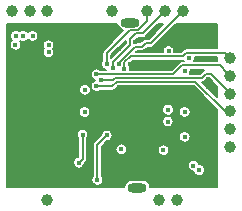
<source format=gbr>
%TF.GenerationSoftware,KiCad,Pcbnew,(5.1.6-0-10_14)*%
%TF.CreationDate,2020-10-31T13:09:24+09:00*%
%TF.ProjectId,RF920A,52463932-3041-42e6-9b69-6361645f7063,rev?*%
%TF.SameCoordinates,Original*%
%TF.FileFunction,Copper,L4,Bot*%
%TF.FilePolarity,Positive*%
%FSLAX46Y46*%
G04 Gerber Fmt 4.6, Leading zero omitted, Abs format (unit mm)*
G04 Created by KiCad (PCBNEW (5.1.6-0-10_14)) date 2020-10-31 13:09:24*
%MOMM*%
%LPD*%
G01*
G04 APERTURE LIST*
%TA.AperFunction,WasherPad*%
%ADD10O,1.600000X0.800000*%
%TD*%
%TA.AperFunction,ComponentPad*%
%ADD11C,1.000000*%
%TD*%
%TA.AperFunction,ViaPad*%
%ADD12C,0.400000*%
%TD*%
%TA.AperFunction,Conductor*%
%ADD13C,0.150000*%
%TD*%
%TA.AperFunction,Conductor*%
%ADD14C,0.200000*%
%TD*%
G04 APERTURE END LIST*
D10*
%TO.P,U7,*%
%TO.N,*%
X162125000Y-106970000D03*
X161550000Y-92970000D03*
%TD*%
D11*
%TO.P,J19,1*%
%TO.N,/SDA*%
X154530000Y-92000000D03*
%TD*%
%TO.P,J17,1*%
%TO.N,GND*%
X170000000Y-103500000D03*
%TD*%
%TO.P,J16,1*%
%TO.N,GND*%
X170000000Y-102000000D03*
%TD*%
%TO.P,J14,1*%
%TO.N,+3.3VA*%
X165500000Y-108000000D03*
%TD*%
%TO.P,J13,1*%
%TO.N,+3.3VA*%
X164000000Y-108000000D03*
%TD*%
%TO.P,J12,1*%
%TO.N,/SCL*%
X153030000Y-92000000D03*
%TD*%
%TO.P,J11,1*%
%TO.N,/WP*%
X151530000Y-92000000D03*
%TD*%
%TO.P,J10,1*%
%TO.N,/RESETN*%
X170000000Y-96000000D03*
%TD*%
%TO.P,J9,1*%
%TO.N,/REGPDIN*%
X166000000Y-92000000D03*
%TD*%
%TO.P,J8,1*%
%TO.N,/SDO*%
X164500000Y-92000000D03*
%TD*%
%TO.P,J7,1*%
%TO.N,/SINTN*%
X163000000Y-92000000D03*
%TD*%
%TO.P,J6,1*%
%TO.N,/SCLK*%
X170000000Y-97500000D03*
%TD*%
%TO.P,J5,1*%
%TO.N,/SCEN*%
X170000000Y-99000000D03*
%TD*%
%TO.P,J4,1*%
%TO.N,/SDI*%
X170000000Y-100500000D03*
%TD*%
%TO.P,J2,1*%
%TO.N,+3V3*%
X160000000Y-92000000D03*
%TD*%
%TO.P,J1,1*%
%TO.N,Net-(J1-Pad1)*%
X154500000Y-108000000D03*
%TD*%
D12*
%TO.N,GND*%
X153550000Y-100880000D03*
X152100000Y-100440000D03*
X168150000Y-98440000D03*
X168150000Y-97740000D03*
X161950000Y-94600000D03*
X151820000Y-95450000D03*
X152150000Y-97520000D03*
X153600000Y-97960000D03*
X167340000Y-103880000D03*
X166890000Y-103510000D03*
X160580000Y-95170000D03*
X159250000Y-94130000D03*
X157390000Y-95180000D03*
X165670000Y-105150000D03*
X165670000Y-105840000D03*
X167500000Y-102590000D03*
X166750000Y-102640000D03*
X166750000Y-101230000D03*
X166800000Y-100560000D03*
X159350000Y-106290000D03*
X160760000Y-105200000D03*
X161430000Y-103710000D03*
X155400000Y-103850000D03*
X163570000Y-103700000D03*
X163570000Y-104450000D03*
X159350000Y-105050000D03*
X162240000Y-105310000D03*
X164350000Y-104400000D03*
X168080000Y-95950000D03*
X166750000Y-97030000D03*
X163060000Y-94290000D03*
X162780000Y-95390000D03*
X161550000Y-96480000D03*
X153350000Y-103910000D03*
X157670000Y-99940000D03*
X157690000Y-98060000D03*
X158870000Y-101350000D03*
X160600000Y-98400000D03*
X161400000Y-99200000D03*
X161400000Y-98400000D03*
X160600000Y-99200000D03*
X160600000Y-100000000D03*
X161400000Y-100000000D03*
X160600000Y-100800000D03*
X161400000Y-100800000D03*
X162200000Y-100800000D03*
X163000000Y-100800000D03*
X163000000Y-100000000D03*
X162200000Y-100000000D03*
X162200000Y-98400000D03*
X163000000Y-98400000D03*
X162200000Y-99200000D03*
X163000000Y-99200000D03*
X157500000Y-101850000D03*
X164180000Y-95390000D03*
X156800000Y-101850000D03*
X166800000Y-94850000D03*
X156090000Y-100410000D03*
X156090000Y-99480000D03*
X156100000Y-98590000D03*
X156070000Y-97730000D03*
X156050000Y-96910000D03*
%TO.N,/VDDCP*%
X164720000Y-101350000D03*
X164730000Y-100350000D03*
X166150000Y-102640000D03*
X166150000Y-100530000D03*
X160790000Y-103710000D03*
X164780000Y-95390000D03*
X166500000Y-95950000D03*
%TO.N,+3V3*%
X151820000Y-94850000D03*
X151870000Y-94100000D03*
X154620000Y-94890000D03*
X157670000Y-100540000D03*
X157700000Y-98660000D03*
X153270000Y-94100000D03*
%TO.N,Net-(C45-Pad1)*%
X159550000Y-102530000D03*
X158750000Y-106290000D03*
%TO.N,Net-(C46-Pad2)*%
X157500000Y-102450000D03*
X157190000Y-104830000D03*
%TO.N,/SDI*%
X158680000Y-98350000D03*
%TO.N,/SCEN*%
X159080000Y-97850000D03*
%TO.N,/SCLK*%
X158680000Y-97350000D03*
%TO.N,/SINTN*%
X159550000Y-96480000D03*
%TO.N,/SDO*%
X160050000Y-96830000D03*
%TO.N,/REGPDIN*%
X160550000Y-96480000D03*
%TO.N,/RESETN*%
X161050000Y-96870000D03*
%TO.N,+3.3VA*%
X166890000Y-105090000D03*
X166150000Y-97030000D03*
X167360000Y-105460000D03*
X164350000Y-103780000D03*
%TO.N,/WP*%
X152470000Y-94100000D03*
%TO.N,/SDA*%
X154620000Y-95490000D03*
%TD*%
D13*
%TO.N,Net-(C45-Pad1)*%
X158750000Y-103330000D02*
X159550000Y-102530000D01*
X158750000Y-106290000D02*
X158750000Y-103330000D01*
%TO.N,Net-(C46-Pad2)*%
X157500000Y-104520000D02*
X157190000Y-104830000D01*
X157500000Y-102450000D02*
X157500000Y-104520000D01*
%TO.N,/SDI*%
X167055997Y-97974999D02*
X169580998Y-100500000D01*
X160395999Y-97974999D02*
X167055997Y-97974999D01*
X169580998Y-100500000D02*
X169749990Y-100500000D01*
X160020998Y-98350000D02*
X160395999Y-97974999D01*
X159060000Y-98350000D02*
X158680000Y-98350000D01*
X158880000Y-98350000D02*
X159060000Y-98350000D01*
X159060000Y-98350000D02*
X160020998Y-98350000D01*
%TO.N,/SCEN*%
X168354001Y-97314999D02*
X169749990Y-98710988D01*
X167945999Y-97314999D02*
X168354001Y-97314999D01*
X160271731Y-97674989D02*
X167586009Y-97674989D01*
X160096720Y-97850000D02*
X160271731Y-97674989D01*
X167586009Y-97674989D02*
X167945999Y-97314999D01*
X159080000Y-97850000D02*
X160096720Y-97850000D01*
%TO.N,/SCLK*%
X165945999Y-96604999D02*
X169104999Y-96604999D01*
X169104999Y-96604999D02*
X169749990Y-97249990D01*
X165200998Y-97350000D02*
X165945999Y-96604999D01*
X158680000Y-97350000D02*
X165200998Y-97350000D01*
%TO.N,/SINTN*%
X163000000Y-92803897D02*
X163000000Y-92250010D01*
X162208887Y-93595010D02*
X163000000Y-92803897D01*
X161525988Y-93595010D02*
X162208887Y-93595010D01*
X159550000Y-95570998D02*
X161525988Y-93595010D01*
X159550000Y-96480000D02*
X159550000Y-95570998D01*
%TO.N,/SDO*%
X164249990Y-92250010D02*
X164500000Y-92250010D01*
X160050000Y-96420000D02*
X160050000Y-96350998D01*
X161524999Y-94875999D02*
X161524999Y-94395999D01*
X160050000Y-96329002D02*
X160050000Y-96420000D01*
X162604980Y-93895020D02*
X164249990Y-92250010D01*
X162025978Y-93895020D02*
X162604980Y-93895020D01*
X161524999Y-94395999D02*
X162025978Y-93895020D01*
X160050000Y-96350998D02*
X161524999Y-94875999D01*
X160050000Y-96420000D02*
X160050000Y-96804991D01*
%TO.N,/REGPDIN*%
X165728992Y-92250010D02*
X166000000Y-92250010D01*
X163264001Y-94715001D02*
X165728992Y-92250010D01*
X162855999Y-94715001D02*
X163264001Y-94715001D01*
X162545999Y-95025001D02*
X162855999Y-94715001D01*
X162004999Y-95025001D02*
X162254999Y-95025001D01*
X162254999Y-95025001D02*
X162545999Y-95025001D01*
X162045997Y-95025001D02*
X162254999Y-95025001D01*
X161951719Y-95025001D02*
X162045997Y-95025001D01*
X160550000Y-96426720D02*
X161951719Y-95025001D01*
X160550000Y-96480000D02*
X160550000Y-96426720D01*
%TO.N,/RESETN*%
X161050000Y-96350998D02*
X161050000Y-96804991D01*
X166005997Y-95815001D02*
X161585997Y-95815001D01*
X161585997Y-95815001D02*
X161050000Y-96350998D01*
X166295999Y-95524999D02*
X166005997Y-95815001D01*
X169524999Y-95524999D02*
X166295999Y-95524999D01*
X169749990Y-95749990D02*
X169524999Y-95524999D01*
%TD*%
D14*
%TO.N,GND*%
G36*
X160460128Y-93107224D02*
G01*
X160500155Y-93239175D01*
X160565155Y-93360781D01*
X160652630Y-93467370D01*
X160759219Y-93554845D01*
X160880825Y-93619845D01*
X160949877Y-93640792D01*
X159297862Y-95292807D01*
X159283553Y-95304550D01*
X159271811Y-95318858D01*
X159236691Y-95361652D01*
X159216193Y-95400001D01*
X159201870Y-95426798D01*
X159182689Y-95490030D01*
X159180427Y-95497486D01*
X159173186Y-95570998D01*
X159175001Y-95589424D01*
X159175000Y-96147894D01*
X159161625Y-96161269D01*
X159106906Y-96243161D01*
X159069215Y-96334155D01*
X159050000Y-96430754D01*
X159050000Y-96529246D01*
X159069215Y-96625845D01*
X159106906Y-96716839D01*
X159161625Y-96798731D01*
X159231269Y-96868375D01*
X159313161Y-96923094D01*
X159404155Y-96960785D01*
X159475618Y-96975000D01*
X159012106Y-96975000D01*
X158998731Y-96961625D01*
X158916839Y-96906906D01*
X158825845Y-96869215D01*
X158729246Y-96850000D01*
X158630754Y-96850000D01*
X158534155Y-96869215D01*
X158443161Y-96906906D01*
X158361269Y-96961625D01*
X158291625Y-97031269D01*
X158236906Y-97113161D01*
X158199215Y-97204155D01*
X158180000Y-97300754D01*
X158180000Y-97399246D01*
X158199215Y-97495845D01*
X158236906Y-97586839D01*
X158291625Y-97668731D01*
X158361269Y-97738375D01*
X158443161Y-97793094D01*
X158534155Y-97830785D01*
X158580000Y-97839904D01*
X158580000Y-97860096D01*
X158534155Y-97869215D01*
X158443161Y-97906906D01*
X158361269Y-97961625D01*
X158291625Y-98031269D01*
X158236906Y-98113161D01*
X158199215Y-98204155D01*
X158180000Y-98300754D01*
X158180000Y-98399246D01*
X158199215Y-98495845D01*
X158236906Y-98586839D01*
X158291625Y-98668731D01*
X158361269Y-98738375D01*
X158443161Y-98793094D01*
X158534155Y-98830785D01*
X158630754Y-98850000D01*
X158729246Y-98850000D01*
X158825845Y-98830785D01*
X158916839Y-98793094D01*
X158998731Y-98738375D01*
X159012106Y-98725000D01*
X160002582Y-98725000D01*
X160020998Y-98726814D01*
X160039414Y-98725000D01*
X160039417Y-98725000D01*
X160094511Y-98719574D01*
X160165198Y-98698131D01*
X160230345Y-98663309D01*
X160287446Y-98616448D01*
X160299193Y-98602134D01*
X160551329Y-98349999D01*
X166900668Y-98349999D01*
X168900000Y-100349332D01*
X168900000Y-101851108D01*
X168891856Y-101892335D01*
X168892145Y-102110592D01*
X168900000Y-102149811D01*
X168900000Y-103351108D01*
X168891856Y-103392335D01*
X168892145Y-103610592D01*
X168900000Y-103649811D01*
X168900000Y-106900000D01*
X163221493Y-106900000D01*
X163214872Y-106832776D01*
X163174845Y-106700825D01*
X163109845Y-106579219D01*
X163022370Y-106472630D01*
X162915781Y-106385155D01*
X162794175Y-106320155D01*
X162662224Y-106280128D01*
X162559390Y-106270000D01*
X161690610Y-106270000D01*
X161587776Y-106280128D01*
X161455825Y-106320155D01*
X161334219Y-106385155D01*
X161227630Y-106472630D01*
X161140155Y-106579219D01*
X161075155Y-106700825D01*
X161035128Y-106832776D01*
X161028507Y-106900000D01*
X151100000Y-106900000D01*
X151100000Y-106240754D01*
X158250000Y-106240754D01*
X158250000Y-106339246D01*
X158269215Y-106435845D01*
X158306906Y-106526839D01*
X158361625Y-106608731D01*
X158431269Y-106678375D01*
X158513161Y-106733094D01*
X158604155Y-106770785D01*
X158700754Y-106790000D01*
X158799246Y-106790000D01*
X158895845Y-106770785D01*
X158986839Y-106733094D01*
X159068731Y-106678375D01*
X159138375Y-106608731D01*
X159193094Y-106526839D01*
X159230785Y-106435845D01*
X159250000Y-106339246D01*
X159250000Y-106240754D01*
X159230785Y-106144155D01*
X159193094Y-106053161D01*
X159138375Y-105971269D01*
X159125000Y-105957894D01*
X159125000Y-105040754D01*
X166390000Y-105040754D01*
X166390000Y-105139246D01*
X166409215Y-105235845D01*
X166446906Y-105326839D01*
X166501625Y-105408731D01*
X166571269Y-105478375D01*
X166653161Y-105533094D01*
X166744155Y-105570785D01*
X166840754Y-105590000D01*
X166876063Y-105590000D01*
X166879215Y-105605845D01*
X166916906Y-105696839D01*
X166971625Y-105778731D01*
X167041269Y-105848375D01*
X167123161Y-105903094D01*
X167214155Y-105940785D01*
X167310754Y-105960000D01*
X167409246Y-105960000D01*
X167505845Y-105940785D01*
X167596839Y-105903094D01*
X167678731Y-105848375D01*
X167748375Y-105778731D01*
X167803094Y-105696839D01*
X167840785Y-105605845D01*
X167860000Y-105509246D01*
X167860000Y-105410754D01*
X167840785Y-105314155D01*
X167803094Y-105223161D01*
X167748375Y-105141269D01*
X167678731Y-105071625D01*
X167596839Y-105016906D01*
X167505845Y-104979215D01*
X167409246Y-104960000D01*
X167373937Y-104960000D01*
X167370785Y-104944155D01*
X167333094Y-104853161D01*
X167278375Y-104771269D01*
X167208731Y-104701625D01*
X167126839Y-104646906D01*
X167035845Y-104609215D01*
X166939246Y-104590000D01*
X166840754Y-104590000D01*
X166744155Y-104609215D01*
X166653161Y-104646906D01*
X166571269Y-104701625D01*
X166501625Y-104771269D01*
X166446906Y-104853161D01*
X166409215Y-104944155D01*
X166390000Y-105040754D01*
X159125000Y-105040754D01*
X159125000Y-103660754D01*
X160290000Y-103660754D01*
X160290000Y-103759246D01*
X160309215Y-103855845D01*
X160346906Y-103946839D01*
X160401625Y-104028731D01*
X160471269Y-104098375D01*
X160553161Y-104153094D01*
X160644155Y-104190785D01*
X160740754Y-104210000D01*
X160839246Y-104210000D01*
X160935845Y-104190785D01*
X161026839Y-104153094D01*
X161108731Y-104098375D01*
X161178375Y-104028731D01*
X161233094Y-103946839D01*
X161270785Y-103855845D01*
X161290000Y-103759246D01*
X161290000Y-103730754D01*
X163850000Y-103730754D01*
X163850000Y-103829246D01*
X163869215Y-103925845D01*
X163906906Y-104016839D01*
X163961625Y-104098731D01*
X164031269Y-104168375D01*
X164113161Y-104223094D01*
X164204155Y-104260785D01*
X164300754Y-104280000D01*
X164399246Y-104280000D01*
X164495845Y-104260785D01*
X164586839Y-104223094D01*
X164668731Y-104168375D01*
X164738375Y-104098731D01*
X164793094Y-104016839D01*
X164830785Y-103925845D01*
X164850000Y-103829246D01*
X164850000Y-103730754D01*
X164830785Y-103634155D01*
X164793094Y-103543161D01*
X164738375Y-103461269D01*
X164668731Y-103391625D01*
X164586839Y-103336906D01*
X164495845Y-103299215D01*
X164399246Y-103280000D01*
X164300754Y-103280000D01*
X164204155Y-103299215D01*
X164113161Y-103336906D01*
X164031269Y-103391625D01*
X163961625Y-103461269D01*
X163906906Y-103543161D01*
X163869215Y-103634155D01*
X163850000Y-103730754D01*
X161290000Y-103730754D01*
X161290000Y-103660754D01*
X161270785Y-103564155D01*
X161233094Y-103473161D01*
X161178375Y-103391269D01*
X161108731Y-103321625D01*
X161026839Y-103266906D01*
X160935845Y-103229215D01*
X160839246Y-103210000D01*
X160740754Y-103210000D01*
X160644155Y-103229215D01*
X160553161Y-103266906D01*
X160471269Y-103321625D01*
X160401625Y-103391269D01*
X160346906Y-103473161D01*
X160309215Y-103564155D01*
X160290000Y-103660754D01*
X159125000Y-103660754D01*
X159125000Y-103485329D01*
X159580330Y-103030000D01*
X159599246Y-103030000D01*
X159695845Y-103010785D01*
X159786839Y-102973094D01*
X159868731Y-102918375D01*
X159938375Y-102848731D01*
X159993094Y-102766839D01*
X160030785Y-102675845D01*
X160047710Y-102590754D01*
X165650000Y-102590754D01*
X165650000Y-102689246D01*
X165669215Y-102785845D01*
X165706906Y-102876839D01*
X165761625Y-102958731D01*
X165831269Y-103028375D01*
X165913161Y-103083094D01*
X166004155Y-103120785D01*
X166100754Y-103140000D01*
X166199246Y-103140000D01*
X166295845Y-103120785D01*
X166386839Y-103083094D01*
X166468731Y-103028375D01*
X166538375Y-102958731D01*
X166593094Y-102876839D01*
X166630785Y-102785845D01*
X166650000Y-102689246D01*
X166650000Y-102590754D01*
X166630785Y-102494155D01*
X166593094Y-102403161D01*
X166538375Y-102321269D01*
X166468731Y-102251625D01*
X166386839Y-102196906D01*
X166295845Y-102159215D01*
X166199246Y-102140000D01*
X166100754Y-102140000D01*
X166004155Y-102159215D01*
X165913161Y-102196906D01*
X165831269Y-102251625D01*
X165761625Y-102321269D01*
X165706906Y-102403161D01*
X165669215Y-102494155D01*
X165650000Y-102590754D01*
X160047710Y-102590754D01*
X160050000Y-102579246D01*
X160050000Y-102480754D01*
X160030785Y-102384155D01*
X159993094Y-102293161D01*
X159938375Y-102211269D01*
X159868731Y-102141625D01*
X159786839Y-102086906D01*
X159695845Y-102049215D01*
X159599246Y-102030000D01*
X159500754Y-102030000D01*
X159404155Y-102049215D01*
X159313161Y-102086906D01*
X159231269Y-102141625D01*
X159161625Y-102211269D01*
X159106906Y-102293161D01*
X159069215Y-102384155D01*
X159050000Y-102480754D01*
X159050000Y-102499670D01*
X158497862Y-103051809D01*
X158483553Y-103063552D01*
X158457258Y-103095593D01*
X158436691Y-103120654D01*
X158401870Y-103185800D01*
X158380427Y-103256488D01*
X158373186Y-103330000D01*
X158375001Y-103348426D01*
X158375000Y-105957894D01*
X158361625Y-105971269D01*
X158306906Y-106053161D01*
X158269215Y-106144155D01*
X158250000Y-106240754D01*
X151100000Y-106240754D01*
X151100000Y-104780754D01*
X156690000Y-104780754D01*
X156690000Y-104879246D01*
X156709215Y-104975845D01*
X156746906Y-105066839D01*
X156801625Y-105148731D01*
X156871269Y-105218375D01*
X156953161Y-105273094D01*
X157044155Y-105310785D01*
X157140754Y-105330000D01*
X157239246Y-105330000D01*
X157335845Y-105310785D01*
X157426839Y-105273094D01*
X157508731Y-105218375D01*
X157578375Y-105148731D01*
X157633094Y-105066839D01*
X157670785Y-104975845D01*
X157690000Y-104879246D01*
X157690000Y-104860330D01*
X157752139Y-104798191D01*
X157766448Y-104786448D01*
X157813309Y-104729347D01*
X157828127Y-104701625D01*
X157848130Y-104664202D01*
X157853377Y-104646906D01*
X157869574Y-104593513D01*
X157875000Y-104538419D01*
X157875000Y-104538417D01*
X157876814Y-104520001D01*
X157875000Y-104501585D01*
X157875000Y-102782106D01*
X157888375Y-102768731D01*
X157943094Y-102686839D01*
X157980785Y-102595845D01*
X158000000Y-102499246D01*
X158000000Y-102400754D01*
X157980785Y-102304155D01*
X157943094Y-102213161D01*
X157888375Y-102131269D01*
X157818731Y-102061625D01*
X157736839Y-102006906D01*
X157645845Y-101969215D01*
X157549246Y-101950000D01*
X157450754Y-101950000D01*
X157354155Y-101969215D01*
X157263161Y-102006906D01*
X157181269Y-102061625D01*
X157111625Y-102131269D01*
X157056906Y-102213161D01*
X157019215Y-102304155D01*
X157000000Y-102400754D01*
X157000000Y-102499246D01*
X157019215Y-102595845D01*
X157056906Y-102686839D01*
X157111625Y-102768731D01*
X157125000Y-102782106D01*
X157125001Y-104333134D01*
X157044155Y-104349215D01*
X156953161Y-104386906D01*
X156871269Y-104441625D01*
X156801625Y-104511269D01*
X156746906Y-104593161D01*
X156709215Y-104684155D01*
X156690000Y-104780754D01*
X151100000Y-104780754D01*
X151100000Y-101300754D01*
X164220000Y-101300754D01*
X164220000Y-101399246D01*
X164239215Y-101495845D01*
X164276906Y-101586839D01*
X164331625Y-101668731D01*
X164401269Y-101738375D01*
X164483161Y-101793094D01*
X164574155Y-101830785D01*
X164670754Y-101850000D01*
X164769246Y-101850000D01*
X164865845Y-101830785D01*
X164956839Y-101793094D01*
X165038731Y-101738375D01*
X165108375Y-101668731D01*
X165163094Y-101586839D01*
X165200785Y-101495845D01*
X165220000Y-101399246D01*
X165220000Y-101300754D01*
X165200785Y-101204155D01*
X165163094Y-101113161D01*
X165108375Y-101031269D01*
X165038731Y-100961625D01*
X164956839Y-100906906D01*
X164865845Y-100869215D01*
X164769246Y-100850000D01*
X164779246Y-100850000D01*
X164875845Y-100830785D01*
X164966839Y-100793094D01*
X165048731Y-100738375D01*
X165118375Y-100668731D01*
X165173094Y-100586839D01*
X165210785Y-100495845D01*
X165213786Y-100480754D01*
X165650000Y-100480754D01*
X165650000Y-100579246D01*
X165669215Y-100675845D01*
X165706906Y-100766839D01*
X165761625Y-100848731D01*
X165831269Y-100918375D01*
X165913161Y-100973094D01*
X166004155Y-101010785D01*
X166100754Y-101030000D01*
X166199246Y-101030000D01*
X166295845Y-101010785D01*
X166386839Y-100973094D01*
X166468731Y-100918375D01*
X166538375Y-100848731D01*
X166593094Y-100766839D01*
X166630785Y-100675845D01*
X166650000Y-100579246D01*
X166650000Y-100480754D01*
X166630785Y-100384155D01*
X166593094Y-100293161D01*
X166538375Y-100211269D01*
X166468731Y-100141625D01*
X166386839Y-100086906D01*
X166295845Y-100049215D01*
X166199246Y-100030000D01*
X166100754Y-100030000D01*
X166004155Y-100049215D01*
X165913161Y-100086906D01*
X165831269Y-100141625D01*
X165761625Y-100211269D01*
X165706906Y-100293161D01*
X165669215Y-100384155D01*
X165650000Y-100480754D01*
X165213786Y-100480754D01*
X165230000Y-100399246D01*
X165230000Y-100300754D01*
X165210785Y-100204155D01*
X165173094Y-100113161D01*
X165118375Y-100031269D01*
X165048731Y-99961625D01*
X164966839Y-99906906D01*
X164875845Y-99869215D01*
X164779246Y-99850000D01*
X164680754Y-99850000D01*
X164584155Y-99869215D01*
X164493161Y-99906906D01*
X164411269Y-99961625D01*
X164341625Y-100031269D01*
X164286906Y-100113161D01*
X164249215Y-100204155D01*
X164230000Y-100300754D01*
X164230000Y-100399246D01*
X164249215Y-100495845D01*
X164286906Y-100586839D01*
X164341625Y-100668731D01*
X164411269Y-100738375D01*
X164493161Y-100793094D01*
X164584155Y-100830785D01*
X164680754Y-100850000D01*
X164670754Y-100850000D01*
X164574155Y-100869215D01*
X164483161Y-100906906D01*
X164401269Y-100961625D01*
X164331625Y-101031269D01*
X164276906Y-101113161D01*
X164239215Y-101204155D01*
X164220000Y-101300754D01*
X151100000Y-101300754D01*
X151100000Y-100490754D01*
X157170000Y-100490754D01*
X157170000Y-100589246D01*
X157189215Y-100685845D01*
X157226906Y-100776839D01*
X157281625Y-100858731D01*
X157351269Y-100928375D01*
X157433161Y-100983094D01*
X157524155Y-101020785D01*
X157620754Y-101040000D01*
X157719246Y-101040000D01*
X157815845Y-101020785D01*
X157906839Y-100983094D01*
X157988731Y-100928375D01*
X158058375Y-100858731D01*
X158113094Y-100776839D01*
X158150785Y-100685845D01*
X158170000Y-100589246D01*
X158170000Y-100490754D01*
X158150785Y-100394155D01*
X158113094Y-100303161D01*
X158058375Y-100221269D01*
X157988731Y-100151625D01*
X157906839Y-100096906D01*
X157815845Y-100059215D01*
X157719246Y-100040000D01*
X157620754Y-100040000D01*
X157524155Y-100059215D01*
X157433161Y-100096906D01*
X157351269Y-100151625D01*
X157281625Y-100221269D01*
X157226906Y-100303161D01*
X157189215Y-100394155D01*
X157170000Y-100490754D01*
X151100000Y-100490754D01*
X151100000Y-98610754D01*
X157200000Y-98610754D01*
X157200000Y-98709246D01*
X157219215Y-98805845D01*
X157256906Y-98896839D01*
X157311625Y-98978731D01*
X157381269Y-99048375D01*
X157463161Y-99103094D01*
X157554155Y-99140785D01*
X157650754Y-99160000D01*
X157749246Y-99160000D01*
X157845845Y-99140785D01*
X157936839Y-99103094D01*
X158018731Y-99048375D01*
X158088375Y-98978731D01*
X158143094Y-98896839D01*
X158180785Y-98805845D01*
X158200000Y-98709246D01*
X158200000Y-98610754D01*
X158180785Y-98514155D01*
X158143094Y-98423161D01*
X158088375Y-98341269D01*
X158018731Y-98271625D01*
X157936839Y-98216906D01*
X157845845Y-98179215D01*
X157749246Y-98160000D01*
X157650754Y-98160000D01*
X157554155Y-98179215D01*
X157463161Y-98216906D01*
X157381269Y-98271625D01*
X157311625Y-98341269D01*
X157256906Y-98423161D01*
X157219215Y-98514155D01*
X157200000Y-98610754D01*
X151100000Y-98610754D01*
X151100000Y-94800754D01*
X151320000Y-94800754D01*
X151320000Y-94899246D01*
X151339215Y-94995845D01*
X151376906Y-95086839D01*
X151431625Y-95168731D01*
X151501269Y-95238375D01*
X151583161Y-95293094D01*
X151674155Y-95330785D01*
X151770754Y-95350000D01*
X151869246Y-95350000D01*
X151965845Y-95330785D01*
X152056839Y-95293094D01*
X152138731Y-95238375D01*
X152208375Y-95168731D01*
X152263094Y-95086839D01*
X152300785Y-94995845D01*
X152320000Y-94899246D01*
X152320000Y-94840754D01*
X154120000Y-94840754D01*
X154120000Y-94939246D01*
X154139215Y-95035845D01*
X154176906Y-95126839D01*
X154219109Y-95190000D01*
X154176906Y-95253161D01*
X154139215Y-95344155D01*
X154120000Y-95440754D01*
X154120000Y-95539246D01*
X154139215Y-95635845D01*
X154176906Y-95726839D01*
X154231625Y-95808731D01*
X154301269Y-95878375D01*
X154383161Y-95933094D01*
X154474155Y-95970785D01*
X154570754Y-95990000D01*
X154669246Y-95990000D01*
X154765845Y-95970785D01*
X154856839Y-95933094D01*
X154938731Y-95878375D01*
X155008375Y-95808731D01*
X155063094Y-95726839D01*
X155100785Y-95635845D01*
X155120000Y-95539246D01*
X155120000Y-95440754D01*
X155100785Y-95344155D01*
X155063094Y-95253161D01*
X155020891Y-95190000D01*
X155063094Y-95126839D01*
X155100785Y-95035845D01*
X155120000Y-94939246D01*
X155120000Y-94840754D01*
X155100785Y-94744155D01*
X155063094Y-94653161D01*
X155008375Y-94571269D01*
X154938731Y-94501625D01*
X154856839Y-94446906D01*
X154765845Y-94409215D01*
X154669246Y-94390000D01*
X154570754Y-94390000D01*
X154474155Y-94409215D01*
X154383161Y-94446906D01*
X154301269Y-94501625D01*
X154231625Y-94571269D01*
X154176906Y-94653161D01*
X154139215Y-94744155D01*
X154120000Y-94840754D01*
X152320000Y-94840754D01*
X152320000Y-94800754D01*
X152300785Y-94704155D01*
X152263094Y-94613161D01*
X152208375Y-94531269D01*
X152194100Y-94516994D01*
X152233161Y-94543094D01*
X152324155Y-94580785D01*
X152420754Y-94600000D01*
X152519246Y-94600000D01*
X152615845Y-94580785D01*
X152706839Y-94543094D01*
X152788731Y-94488375D01*
X152858375Y-94418731D01*
X152870000Y-94401333D01*
X152881625Y-94418731D01*
X152951269Y-94488375D01*
X153033161Y-94543094D01*
X153124155Y-94580785D01*
X153220754Y-94600000D01*
X153319246Y-94600000D01*
X153415845Y-94580785D01*
X153506839Y-94543094D01*
X153588731Y-94488375D01*
X153658375Y-94418731D01*
X153713094Y-94336839D01*
X153750785Y-94245845D01*
X153770000Y-94149246D01*
X153770000Y-94050754D01*
X153750785Y-93954155D01*
X153713094Y-93863161D01*
X153658375Y-93781269D01*
X153588731Y-93711625D01*
X153506839Y-93656906D01*
X153415845Y-93619215D01*
X153319246Y-93600000D01*
X153220754Y-93600000D01*
X153124155Y-93619215D01*
X153033161Y-93656906D01*
X152951269Y-93711625D01*
X152881625Y-93781269D01*
X152870000Y-93798667D01*
X152858375Y-93781269D01*
X152788731Y-93711625D01*
X152706839Y-93656906D01*
X152615845Y-93619215D01*
X152519246Y-93600000D01*
X152420754Y-93600000D01*
X152324155Y-93619215D01*
X152233161Y-93656906D01*
X152170000Y-93699109D01*
X152106839Y-93656906D01*
X152015845Y-93619215D01*
X151919246Y-93600000D01*
X151820754Y-93600000D01*
X151724155Y-93619215D01*
X151633161Y-93656906D01*
X151551269Y-93711625D01*
X151481625Y-93781269D01*
X151426906Y-93863161D01*
X151389215Y-93954155D01*
X151370000Y-94050754D01*
X151370000Y-94149246D01*
X151389215Y-94245845D01*
X151426906Y-94336839D01*
X151481625Y-94418731D01*
X151515206Y-94452312D01*
X151501269Y-94461625D01*
X151431625Y-94531269D01*
X151376906Y-94613161D01*
X151339215Y-94704155D01*
X151320000Y-94800754D01*
X151100000Y-94800754D01*
X151100000Y-93100000D01*
X160459417Y-93100000D01*
X160460128Y-93107224D01*
G37*
X160460128Y-93107224D02*
X160500155Y-93239175D01*
X160565155Y-93360781D01*
X160652630Y-93467370D01*
X160759219Y-93554845D01*
X160880825Y-93619845D01*
X160949877Y-93640792D01*
X159297862Y-95292807D01*
X159283553Y-95304550D01*
X159271811Y-95318858D01*
X159236691Y-95361652D01*
X159216193Y-95400001D01*
X159201870Y-95426798D01*
X159182689Y-95490030D01*
X159180427Y-95497486D01*
X159173186Y-95570998D01*
X159175001Y-95589424D01*
X159175000Y-96147894D01*
X159161625Y-96161269D01*
X159106906Y-96243161D01*
X159069215Y-96334155D01*
X159050000Y-96430754D01*
X159050000Y-96529246D01*
X159069215Y-96625845D01*
X159106906Y-96716839D01*
X159161625Y-96798731D01*
X159231269Y-96868375D01*
X159313161Y-96923094D01*
X159404155Y-96960785D01*
X159475618Y-96975000D01*
X159012106Y-96975000D01*
X158998731Y-96961625D01*
X158916839Y-96906906D01*
X158825845Y-96869215D01*
X158729246Y-96850000D01*
X158630754Y-96850000D01*
X158534155Y-96869215D01*
X158443161Y-96906906D01*
X158361269Y-96961625D01*
X158291625Y-97031269D01*
X158236906Y-97113161D01*
X158199215Y-97204155D01*
X158180000Y-97300754D01*
X158180000Y-97399246D01*
X158199215Y-97495845D01*
X158236906Y-97586839D01*
X158291625Y-97668731D01*
X158361269Y-97738375D01*
X158443161Y-97793094D01*
X158534155Y-97830785D01*
X158580000Y-97839904D01*
X158580000Y-97860096D01*
X158534155Y-97869215D01*
X158443161Y-97906906D01*
X158361269Y-97961625D01*
X158291625Y-98031269D01*
X158236906Y-98113161D01*
X158199215Y-98204155D01*
X158180000Y-98300754D01*
X158180000Y-98399246D01*
X158199215Y-98495845D01*
X158236906Y-98586839D01*
X158291625Y-98668731D01*
X158361269Y-98738375D01*
X158443161Y-98793094D01*
X158534155Y-98830785D01*
X158630754Y-98850000D01*
X158729246Y-98850000D01*
X158825845Y-98830785D01*
X158916839Y-98793094D01*
X158998731Y-98738375D01*
X159012106Y-98725000D01*
X160002582Y-98725000D01*
X160020998Y-98726814D01*
X160039414Y-98725000D01*
X160039417Y-98725000D01*
X160094511Y-98719574D01*
X160165198Y-98698131D01*
X160230345Y-98663309D01*
X160287446Y-98616448D01*
X160299193Y-98602134D01*
X160551329Y-98349999D01*
X166900668Y-98349999D01*
X168900000Y-100349332D01*
X168900000Y-101851108D01*
X168891856Y-101892335D01*
X168892145Y-102110592D01*
X168900000Y-102149811D01*
X168900000Y-103351108D01*
X168891856Y-103392335D01*
X168892145Y-103610592D01*
X168900000Y-103649811D01*
X168900000Y-106900000D01*
X163221493Y-106900000D01*
X163214872Y-106832776D01*
X163174845Y-106700825D01*
X163109845Y-106579219D01*
X163022370Y-106472630D01*
X162915781Y-106385155D01*
X162794175Y-106320155D01*
X162662224Y-106280128D01*
X162559390Y-106270000D01*
X161690610Y-106270000D01*
X161587776Y-106280128D01*
X161455825Y-106320155D01*
X161334219Y-106385155D01*
X161227630Y-106472630D01*
X161140155Y-106579219D01*
X161075155Y-106700825D01*
X161035128Y-106832776D01*
X161028507Y-106900000D01*
X151100000Y-106900000D01*
X151100000Y-106240754D01*
X158250000Y-106240754D01*
X158250000Y-106339246D01*
X158269215Y-106435845D01*
X158306906Y-106526839D01*
X158361625Y-106608731D01*
X158431269Y-106678375D01*
X158513161Y-106733094D01*
X158604155Y-106770785D01*
X158700754Y-106790000D01*
X158799246Y-106790000D01*
X158895845Y-106770785D01*
X158986839Y-106733094D01*
X159068731Y-106678375D01*
X159138375Y-106608731D01*
X159193094Y-106526839D01*
X159230785Y-106435845D01*
X159250000Y-106339246D01*
X159250000Y-106240754D01*
X159230785Y-106144155D01*
X159193094Y-106053161D01*
X159138375Y-105971269D01*
X159125000Y-105957894D01*
X159125000Y-105040754D01*
X166390000Y-105040754D01*
X166390000Y-105139246D01*
X166409215Y-105235845D01*
X166446906Y-105326839D01*
X166501625Y-105408731D01*
X166571269Y-105478375D01*
X166653161Y-105533094D01*
X166744155Y-105570785D01*
X166840754Y-105590000D01*
X166876063Y-105590000D01*
X166879215Y-105605845D01*
X166916906Y-105696839D01*
X166971625Y-105778731D01*
X167041269Y-105848375D01*
X167123161Y-105903094D01*
X167214155Y-105940785D01*
X167310754Y-105960000D01*
X167409246Y-105960000D01*
X167505845Y-105940785D01*
X167596839Y-105903094D01*
X167678731Y-105848375D01*
X167748375Y-105778731D01*
X167803094Y-105696839D01*
X167840785Y-105605845D01*
X167860000Y-105509246D01*
X167860000Y-105410754D01*
X167840785Y-105314155D01*
X167803094Y-105223161D01*
X167748375Y-105141269D01*
X167678731Y-105071625D01*
X167596839Y-105016906D01*
X167505845Y-104979215D01*
X167409246Y-104960000D01*
X167373937Y-104960000D01*
X167370785Y-104944155D01*
X167333094Y-104853161D01*
X167278375Y-104771269D01*
X167208731Y-104701625D01*
X167126839Y-104646906D01*
X167035845Y-104609215D01*
X166939246Y-104590000D01*
X166840754Y-104590000D01*
X166744155Y-104609215D01*
X166653161Y-104646906D01*
X166571269Y-104701625D01*
X166501625Y-104771269D01*
X166446906Y-104853161D01*
X166409215Y-104944155D01*
X166390000Y-105040754D01*
X159125000Y-105040754D01*
X159125000Y-103660754D01*
X160290000Y-103660754D01*
X160290000Y-103759246D01*
X160309215Y-103855845D01*
X160346906Y-103946839D01*
X160401625Y-104028731D01*
X160471269Y-104098375D01*
X160553161Y-104153094D01*
X160644155Y-104190785D01*
X160740754Y-104210000D01*
X160839246Y-104210000D01*
X160935845Y-104190785D01*
X161026839Y-104153094D01*
X161108731Y-104098375D01*
X161178375Y-104028731D01*
X161233094Y-103946839D01*
X161270785Y-103855845D01*
X161290000Y-103759246D01*
X161290000Y-103730754D01*
X163850000Y-103730754D01*
X163850000Y-103829246D01*
X163869215Y-103925845D01*
X163906906Y-104016839D01*
X163961625Y-104098731D01*
X164031269Y-104168375D01*
X164113161Y-104223094D01*
X164204155Y-104260785D01*
X164300754Y-104280000D01*
X164399246Y-104280000D01*
X164495845Y-104260785D01*
X164586839Y-104223094D01*
X164668731Y-104168375D01*
X164738375Y-104098731D01*
X164793094Y-104016839D01*
X164830785Y-103925845D01*
X164850000Y-103829246D01*
X164850000Y-103730754D01*
X164830785Y-103634155D01*
X164793094Y-103543161D01*
X164738375Y-103461269D01*
X164668731Y-103391625D01*
X164586839Y-103336906D01*
X164495845Y-103299215D01*
X164399246Y-103280000D01*
X164300754Y-103280000D01*
X164204155Y-103299215D01*
X164113161Y-103336906D01*
X164031269Y-103391625D01*
X163961625Y-103461269D01*
X163906906Y-103543161D01*
X163869215Y-103634155D01*
X163850000Y-103730754D01*
X161290000Y-103730754D01*
X161290000Y-103660754D01*
X161270785Y-103564155D01*
X161233094Y-103473161D01*
X161178375Y-103391269D01*
X161108731Y-103321625D01*
X161026839Y-103266906D01*
X160935845Y-103229215D01*
X160839246Y-103210000D01*
X160740754Y-103210000D01*
X160644155Y-103229215D01*
X160553161Y-103266906D01*
X160471269Y-103321625D01*
X160401625Y-103391269D01*
X160346906Y-103473161D01*
X160309215Y-103564155D01*
X160290000Y-103660754D01*
X159125000Y-103660754D01*
X159125000Y-103485329D01*
X159580330Y-103030000D01*
X159599246Y-103030000D01*
X159695845Y-103010785D01*
X159786839Y-102973094D01*
X159868731Y-102918375D01*
X159938375Y-102848731D01*
X159993094Y-102766839D01*
X160030785Y-102675845D01*
X160047710Y-102590754D01*
X165650000Y-102590754D01*
X165650000Y-102689246D01*
X165669215Y-102785845D01*
X165706906Y-102876839D01*
X165761625Y-102958731D01*
X165831269Y-103028375D01*
X165913161Y-103083094D01*
X166004155Y-103120785D01*
X166100754Y-103140000D01*
X166199246Y-103140000D01*
X166295845Y-103120785D01*
X166386839Y-103083094D01*
X166468731Y-103028375D01*
X166538375Y-102958731D01*
X166593094Y-102876839D01*
X166630785Y-102785845D01*
X166650000Y-102689246D01*
X166650000Y-102590754D01*
X166630785Y-102494155D01*
X166593094Y-102403161D01*
X166538375Y-102321269D01*
X166468731Y-102251625D01*
X166386839Y-102196906D01*
X166295845Y-102159215D01*
X166199246Y-102140000D01*
X166100754Y-102140000D01*
X166004155Y-102159215D01*
X165913161Y-102196906D01*
X165831269Y-102251625D01*
X165761625Y-102321269D01*
X165706906Y-102403161D01*
X165669215Y-102494155D01*
X165650000Y-102590754D01*
X160047710Y-102590754D01*
X160050000Y-102579246D01*
X160050000Y-102480754D01*
X160030785Y-102384155D01*
X159993094Y-102293161D01*
X159938375Y-102211269D01*
X159868731Y-102141625D01*
X159786839Y-102086906D01*
X159695845Y-102049215D01*
X159599246Y-102030000D01*
X159500754Y-102030000D01*
X159404155Y-102049215D01*
X159313161Y-102086906D01*
X159231269Y-102141625D01*
X159161625Y-102211269D01*
X159106906Y-102293161D01*
X159069215Y-102384155D01*
X159050000Y-102480754D01*
X159050000Y-102499670D01*
X158497862Y-103051809D01*
X158483553Y-103063552D01*
X158457258Y-103095593D01*
X158436691Y-103120654D01*
X158401870Y-103185800D01*
X158380427Y-103256488D01*
X158373186Y-103330000D01*
X158375001Y-103348426D01*
X158375000Y-105957894D01*
X158361625Y-105971269D01*
X158306906Y-106053161D01*
X158269215Y-106144155D01*
X158250000Y-106240754D01*
X151100000Y-106240754D01*
X151100000Y-104780754D01*
X156690000Y-104780754D01*
X156690000Y-104879246D01*
X156709215Y-104975845D01*
X156746906Y-105066839D01*
X156801625Y-105148731D01*
X156871269Y-105218375D01*
X156953161Y-105273094D01*
X157044155Y-105310785D01*
X157140754Y-105330000D01*
X157239246Y-105330000D01*
X157335845Y-105310785D01*
X157426839Y-105273094D01*
X157508731Y-105218375D01*
X157578375Y-105148731D01*
X157633094Y-105066839D01*
X157670785Y-104975845D01*
X157690000Y-104879246D01*
X157690000Y-104860330D01*
X157752139Y-104798191D01*
X157766448Y-104786448D01*
X157813309Y-104729347D01*
X157828127Y-104701625D01*
X157848130Y-104664202D01*
X157853377Y-104646906D01*
X157869574Y-104593513D01*
X157875000Y-104538419D01*
X157875000Y-104538417D01*
X157876814Y-104520001D01*
X157875000Y-104501585D01*
X157875000Y-102782106D01*
X157888375Y-102768731D01*
X157943094Y-102686839D01*
X157980785Y-102595845D01*
X158000000Y-102499246D01*
X158000000Y-102400754D01*
X157980785Y-102304155D01*
X157943094Y-102213161D01*
X157888375Y-102131269D01*
X157818731Y-102061625D01*
X157736839Y-102006906D01*
X157645845Y-101969215D01*
X157549246Y-101950000D01*
X157450754Y-101950000D01*
X157354155Y-101969215D01*
X157263161Y-102006906D01*
X157181269Y-102061625D01*
X157111625Y-102131269D01*
X157056906Y-102213161D01*
X157019215Y-102304155D01*
X157000000Y-102400754D01*
X157000000Y-102499246D01*
X157019215Y-102595845D01*
X157056906Y-102686839D01*
X157111625Y-102768731D01*
X157125000Y-102782106D01*
X157125001Y-104333134D01*
X157044155Y-104349215D01*
X156953161Y-104386906D01*
X156871269Y-104441625D01*
X156801625Y-104511269D01*
X156746906Y-104593161D01*
X156709215Y-104684155D01*
X156690000Y-104780754D01*
X151100000Y-104780754D01*
X151100000Y-101300754D01*
X164220000Y-101300754D01*
X164220000Y-101399246D01*
X164239215Y-101495845D01*
X164276906Y-101586839D01*
X164331625Y-101668731D01*
X164401269Y-101738375D01*
X164483161Y-101793094D01*
X164574155Y-101830785D01*
X164670754Y-101850000D01*
X164769246Y-101850000D01*
X164865845Y-101830785D01*
X164956839Y-101793094D01*
X165038731Y-101738375D01*
X165108375Y-101668731D01*
X165163094Y-101586839D01*
X165200785Y-101495845D01*
X165220000Y-101399246D01*
X165220000Y-101300754D01*
X165200785Y-101204155D01*
X165163094Y-101113161D01*
X165108375Y-101031269D01*
X165038731Y-100961625D01*
X164956839Y-100906906D01*
X164865845Y-100869215D01*
X164769246Y-100850000D01*
X164779246Y-100850000D01*
X164875845Y-100830785D01*
X164966839Y-100793094D01*
X165048731Y-100738375D01*
X165118375Y-100668731D01*
X165173094Y-100586839D01*
X165210785Y-100495845D01*
X165213786Y-100480754D01*
X165650000Y-100480754D01*
X165650000Y-100579246D01*
X165669215Y-100675845D01*
X165706906Y-100766839D01*
X165761625Y-100848731D01*
X165831269Y-100918375D01*
X165913161Y-100973094D01*
X166004155Y-101010785D01*
X166100754Y-101030000D01*
X166199246Y-101030000D01*
X166295845Y-101010785D01*
X166386839Y-100973094D01*
X166468731Y-100918375D01*
X166538375Y-100848731D01*
X166593094Y-100766839D01*
X166630785Y-100675845D01*
X166650000Y-100579246D01*
X166650000Y-100480754D01*
X166630785Y-100384155D01*
X166593094Y-100293161D01*
X166538375Y-100211269D01*
X166468731Y-100141625D01*
X166386839Y-100086906D01*
X166295845Y-100049215D01*
X166199246Y-100030000D01*
X166100754Y-100030000D01*
X166004155Y-100049215D01*
X165913161Y-100086906D01*
X165831269Y-100141625D01*
X165761625Y-100211269D01*
X165706906Y-100293161D01*
X165669215Y-100384155D01*
X165650000Y-100480754D01*
X165213786Y-100480754D01*
X165230000Y-100399246D01*
X165230000Y-100300754D01*
X165210785Y-100204155D01*
X165173094Y-100113161D01*
X165118375Y-100031269D01*
X165048731Y-99961625D01*
X164966839Y-99906906D01*
X164875845Y-99869215D01*
X164779246Y-99850000D01*
X164680754Y-99850000D01*
X164584155Y-99869215D01*
X164493161Y-99906906D01*
X164411269Y-99961625D01*
X164341625Y-100031269D01*
X164286906Y-100113161D01*
X164249215Y-100204155D01*
X164230000Y-100300754D01*
X164230000Y-100399246D01*
X164249215Y-100495845D01*
X164286906Y-100586839D01*
X164341625Y-100668731D01*
X164411269Y-100738375D01*
X164493161Y-100793094D01*
X164584155Y-100830785D01*
X164680754Y-100850000D01*
X164670754Y-100850000D01*
X164574155Y-100869215D01*
X164483161Y-100906906D01*
X164401269Y-100961625D01*
X164331625Y-101031269D01*
X164276906Y-101113161D01*
X164239215Y-101204155D01*
X164220000Y-101300754D01*
X151100000Y-101300754D01*
X151100000Y-100490754D01*
X157170000Y-100490754D01*
X157170000Y-100589246D01*
X157189215Y-100685845D01*
X157226906Y-100776839D01*
X157281625Y-100858731D01*
X157351269Y-100928375D01*
X157433161Y-100983094D01*
X157524155Y-101020785D01*
X157620754Y-101040000D01*
X157719246Y-101040000D01*
X157815845Y-101020785D01*
X157906839Y-100983094D01*
X157988731Y-100928375D01*
X158058375Y-100858731D01*
X158113094Y-100776839D01*
X158150785Y-100685845D01*
X158170000Y-100589246D01*
X158170000Y-100490754D01*
X158150785Y-100394155D01*
X158113094Y-100303161D01*
X158058375Y-100221269D01*
X157988731Y-100151625D01*
X157906839Y-100096906D01*
X157815845Y-100059215D01*
X157719246Y-100040000D01*
X157620754Y-100040000D01*
X157524155Y-100059215D01*
X157433161Y-100096906D01*
X157351269Y-100151625D01*
X157281625Y-100221269D01*
X157226906Y-100303161D01*
X157189215Y-100394155D01*
X157170000Y-100490754D01*
X151100000Y-100490754D01*
X151100000Y-98610754D01*
X157200000Y-98610754D01*
X157200000Y-98709246D01*
X157219215Y-98805845D01*
X157256906Y-98896839D01*
X157311625Y-98978731D01*
X157381269Y-99048375D01*
X157463161Y-99103094D01*
X157554155Y-99140785D01*
X157650754Y-99160000D01*
X157749246Y-99160000D01*
X157845845Y-99140785D01*
X157936839Y-99103094D01*
X158018731Y-99048375D01*
X158088375Y-98978731D01*
X158143094Y-98896839D01*
X158180785Y-98805845D01*
X158200000Y-98709246D01*
X158200000Y-98610754D01*
X158180785Y-98514155D01*
X158143094Y-98423161D01*
X158088375Y-98341269D01*
X158018731Y-98271625D01*
X157936839Y-98216906D01*
X157845845Y-98179215D01*
X157749246Y-98160000D01*
X157650754Y-98160000D01*
X157554155Y-98179215D01*
X157463161Y-98216906D01*
X157381269Y-98271625D01*
X157311625Y-98341269D01*
X157256906Y-98423161D01*
X157219215Y-98514155D01*
X157200000Y-98610754D01*
X151100000Y-98610754D01*
X151100000Y-94800754D01*
X151320000Y-94800754D01*
X151320000Y-94899246D01*
X151339215Y-94995845D01*
X151376906Y-95086839D01*
X151431625Y-95168731D01*
X151501269Y-95238375D01*
X151583161Y-95293094D01*
X151674155Y-95330785D01*
X151770754Y-95350000D01*
X151869246Y-95350000D01*
X151965845Y-95330785D01*
X152056839Y-95293094D01*
X152138731Y-95238375D01*
X152208375Y-95168731D01*
X152263094Y-95086839D01*
X152300785Y-94995845D01*
X152320000Y-94899246D01*
X152320000Y-94840754D01*
X154120000Y-94840754D01*
X154120000Y-94939246D01*
X154139215Y-95035845D01*
X154176906Y-95126839D01*
X154219109Y-95190000D01*
X154176906Y-95253161D01*
X154139215Y-95344155D01*
X154120000Y-95440754D01*
X154120000Y-95539246D01*
X154139215Y-95635845D01*
X154176906Y-95726839D01*
X154231625Y-95808731D01*
X154301269Y-95878375D01*
X154383161Y-95933094D01*
X154474155Y-95970785D01*
X154570754Y-95990000D01*
X154669246Y-95990000D01*
X154765845Y-95970785D01*
X154856839Y-95933094D01*
X154938731Y-95878375D01*
X155008375Y-95808731D01*
X155063094Y-95726839D01*
X155100785Y-95635845D01*
X155120000Y-95539246D01*
X155120000Y-95440754D01*
X155100785Y-95344155D01*
X155063094Y-95253161D01*
X155020891Y-95190000D01*
X155063094Y-95126839D01*
X155100785Y-95035845D01*
X155120000Y-94939246D01*
X155120000Y-94840754D01*
X155100785Y-94744155D01*
X155063094Y-94653161D01*
X155008375Y-94571269D01*
X154938731Y-94501625D01*
X154856839Y-94446906D01*
X154765845Y-94409215D01*
X154669246Y-94390000D01*
X154570754Y-94390000D01*
X154474155Y-94409215D01*
X154383161Y-94446906D01*
X154301269Y-94501625D01*
X154231625Y-94571269D01*
X154176906Y-94653161D01*
X154139215Y-94744155D01*
X154120000Y-94840754D01*
X152320000Y-94840754D01*
X152320000Y-94800754D01*
X152300785Y-94704155D01*
X152263094Y-94613161D01*
X152208375Y-94531269D01*
X152194100Y-94516994D01*
X152233161Y-94543094D01*
X152324155Y-94580785D01*
X152420754Y-94600000D01*
X152519246Y-94600000D01*
X152615845Y-94580785D01*
X152706839Y-94543094D01*
X152788731Y-94488375D01*
X152858375Y-94418731D01*
X152870000Y-94401333D01*
X152881625Y-94418731D01*
X152951269Y-94488375D01*
X153033161Y-94543094D01*
X153124155Y-94580785D01*
X153220754Y-94600000D01*
X153319246Y-94600000D01*
X153415845Y-94580785D01*
X153506839Y-94543094D01*
X153588731Y-94488375D01*
X153658375Y-94418731D01*
X153713094Y-94336839D01*
X153750785Y-94245845D01*
X153770000Y-94149246D01*
X153770000Y-94050754D01*
X153750785Y-93954155D01*
X153713094Y-93863161D01*
X153658375Y-93781269D01*
X153588731Y-93711625D01*
X153506839Y-93656906D01*
X153415845Y-93619215D01*
X153319246Y-93600000D01*
X153220754Y-93600000D01*
X153124155Y-93619215D01*
X153033161Y-93656906D01*
X152951269Y-93711625D01*
X152881625Y-93781269D01*
X152870000Y-93798667D01*
X152858375Y-93781269D01*
X152788731Y-93711625D01*
X152706839Y-93656906D01*
X152615845Y-93619215D01*
X152519246Y-93600000D01*
X152420754Y-93600000D01*
X152324155Y-93619215D01*
X152233161Y-93656906D01*
X152170000Y-93699109D01*
X152106839Y-93656906D01*
X152015845Y-93619215D01*
X151919246Y-93600000D01*
X151820754Y-93600000D01*
X151724155Y-93619215D01*
X151633161Y-93656906D01*
X151551269Y-93711625D01*
X151481625Y-93781269D01*
X151426906Y-93863161D01*
X151389215Y-93954155D01*
X151370000Y-94050754D01*
X151370000Y-94149246D01*
X151389215Y-94245845D01*
X151426906Y-94336839D01*
X151481625Y-94418731D01*
X151515206Y-94452312D01*
X151501269Y-94461625D01*
X151431625Y-94531269D01*
X151376906Y-94613161D01*
X151339215Y-94704155D01*
X151320000Y-94800754D01*
X151100000Y-94800754D01*
X151100000Y-93100000D01*
X160459417Y-93100000D01*
X160460128Y-93107224D01*
G36*
X168900000Y-98391328D02*
G01*
X168900000Y-99288673D01*
X167656216Y-98044889D01*
X167659522Y-98044563D01*
X167730209Y-98023120D01*
X167795356Y-97988298D01*
X167852457Y-97941437D01*
X167864204Y-97927123D01*
X168101329Y-97689999D01*
X168198672Y-97689999D01*
X168900000Y-98391328D01*
G37*
X168900000Y-98391328D02*
X168900000Y-99288673D01*
X167656216Y-98044889D01*
X167659522Y-98044563D01*
X167730209Y-98023120D01*
X167795356Y-97988298D01*
X167852457Y-97941437D01*
X167864204Y-97927123D01*
X168101329Y-97689999D01*
X168198672Y-97689999D01*
X168900000Y-98391328D01*
G36*
X167736652Y-97001689D02*
G01*
X167703891Y-97028576D01*
X167679551Y-97048551D01*
X167667808Y-97062860D01*
X167430680Y-97299989D01*
X166570944Y-97299989D01*
X166593094Y-97266839D01*
X166630785Y-97175845D01*
X166650000Y-97079246D01*
X166650000Y-96980754D01*
X166649850Y-96979999D01*
X167777233Y-96979999D01*
X167736652Y-97001689D01*
G37*
X167736652Y-97001689D02*
X167703891Y-97028576D01*
X167679551Y-97048551D01*
X167667808Y-97062860D01*
X167430680Y-97299989D01*
X166570944Y-97299989D01*
X166593094Y-97266839D01*
X166630785Y-97175845D01*
X166650000Y-97079246D01*
X166650000Y-96980754D01*
X166649850Y-96979999D01*
X167777233Y-96979999D01*
X167736652Y-97001689D01*
G36*
X166056906Y-96186839D02*
G01*
X166085745Y-96229999D01*
X165964415Y-96229999D01*
X165945999Y-96228185D01*
X165927583Y-96229999D01*
X165927580Y-96229999D01*
X165872486Y-96235425D01*
X165801799Y-96256868D01*
X165781106Y-96267929D01*
X165736652Y-96291689D01*
X165713629Y-96310584D01*
X165679551Y-96338551D01*
X165667808Y-96352860D01*
X165045669Y-96975000D01*
X161538910Y-96975000D01*
X161550000Y-96919246D01*
X161550000Y-96820754D01*
X161530785Y-96724155D01*
X161493094Y-96633161D01*
X161438375Y-96551269D01*
X161425000Y-96537894D01*
X161425000Y-96506327D01*
X161741328Y-96190001D01*
X165987581Y-96190001D01*
X166005997Y-96191815D01*
X166024413Y-96190001D01*
X166024416Y-96190001D01*
X166056891Y-96186803D01*
X166056906Y-96186839D01*
G37*
X166056906Y-96186839D02*
X166085745Y-96229999D01*
X165964415Y-96229999D01*
X165945999Y-96228185D01*
X165927583Y-96229999D01*
X165927580Y-96229999D01*
X165872486Y-96235425D01*
X165801799Y-96256868D01*
X165781106Y-96267929D01*
X165736652Y-96291689D01*
X165713629Y-96310584D01*
X165679551Y-96338551D01*
X165667808Y-96352860D01*
X165045669Y-96975000D01*
X161538910Y-96975000D01*
X161550000Y-96919246D01*
X161550000Y-96820754D01*
X161530785Y-96724155D01*
X161493094Y-96633161D01*
X161438375Y-96551269D01*
X161425000Y-96537894D01*
X161425000Y-96506327D01*
X161741328Y-96190001D01*
X165987581Y-96190001D01*
X166005997Y-96191815D01*
X166024413Y-96190001D01*
X166024416Y-96190001D01*
X166056891Y-96186803D01*
X166056906Y-96186839D01*
G36*
X168900000Y-96229999D02*
G01*
X166914255Y-96229999D01*
X166943094Y-96186839D01*
X166980785Y-96095845D01*
X167000000Y-95999246D01*
X167000000Y-95900754D01*
X166999850Y-95899999D01*
X168900000Y-95899999D01*
X168900000Y-96229999D01*
G37*
X168900000Y-96229999D02*
X166914255Y-96229999D01*
X166943094Y-96186839D01*
X166980785Y-96095845D01*
X167000000Y-95999246D01*
X167000000Y-95900754D01*
X166999850Y-95899999D01*
X168900000Y-95899999D01*
X168900000Y-96229999D01*
G36*
X161149999Y-94720669D02*
G01*
X159925000Y-95945669D01*
X159925000Y-95726327D01*
X161150000Y-94501328D01*
X161149999Y-94720669D01*
G37*
X161149999Y-94720669D02*
X159925000Y-95945669D01*
X159925000Y-95726327D01*
X161150000Y-94501328D01*
X161149999Y-94720669D01*
G36*
X168900000Y-95149999D02*
G01*
X166314415Y-95149999D01*
X166295999Y-95148185D01*
X166277583Y-95149999D01*
X166277580Y-95149999D01*
X166222486Y-95155425D01*
X166151799Y-95176868D01*
X166086652Y-95211690D01*
X166029551Y-95258551D01*
X166017808Y-95272860D01*
X165850668Y-95440001D01*
X165279850Y-95440001D01*
X165280000Y-95439246D01*
X165280000Y-95340754D01*
X165260785Y-95244155D01*
X165223094Y-95153161D01*
X165168375Y-95071269D01*
X165098731Y-95001625D01*
X165016839Y-94946906D01*
X164925845Y-94909215D01*
X164829246Y-94890000D01*
X164730754Y-94890000D01*
X164634155Y-94909215D01*
X164543161Y-94946906D01*
X164461269Y-95001625D01*
X164391625Y-95071269D01*
X164336906Y-95153161D01*
X164299215Y-95244155D01*
X164280000Y-95340754D01*
X164280000Y-95439246D01*
X164280150Y-95440001D01*
X162067049Y-95440001D01*
X162107049Y-95400001D01*
X162527583Y-95400001D01*
X162545999Y-95401815D01*
X162564415Y-95400001D01*
X162564418Y-95400001D01*
X162619512Y-95394575D01*
X162690199Y-95373132D01*
X162755346Y-95338310D01*
X162812447Y-95291449D01*
X162824194Y-95277135D01*
X163011329Y-95090001D01*
X163245585Y-95090001D01*
X163264001Y-95091815D01*
X163282417Y-95090001D01*
X163282420Y-95090001D01*
X163337514Y-95084575D01*
X163408201Y-95063132D01*
X163473348Y-95028310D01*
X163530449Y-94981449D01*
X163542196Y-94967135D01*
X165409332Y-93100000D01*
X168900000Y-93100000D01*
X168900000Y-95149999D01*
G37*
X168900000Y-95149999D02*
X166314415Y-95149999D01*
X166295999Y-95148185D01*
X166277583Y-95149999D01*
X166277580Y-95149999D01*
X166222486Y-95155425D01*
X166151799Y-95176868D01*
X166086652Y-95211690D01*
X166029551Y-95258551D01*
X166017808Y-95272860D01*
X165850668Y-95440001D01*
X165279850Y-95440001D01*
X165280000Y-95439246D01*
X165280000Y-95340754D01*
X165260785Y-95244155D01*
X165223094Y-95153161D01*
X165168375Y-95071269D01*
X165098731Y-95001625D01*
X165016839Y-94946906D01*
X164925845Y-94909215D01*
X164829246Y-94890000D01*
X164730754Y-94890000D01*
X164634155Y-94909215D01*
X164543161Y-94946906D01*
X164461269Y-95001625D01*
X164391625Y-95071269D01*
X164336906Y-95153161D01*
X164299215Y-95244155D01*
X164280000Y-95340754D01*
X164280000Y-95439246D01*
X164280150Y-95440001D01*
X162067049Y-95440001D01*
X162107049Y-95400001D01*
X162527583Y-95400001D01*
X162545999Y-95401815D01*
X162564415Y-95400001D01*
X162564418Y-95400001D01*
X162619512Y-95394575D01*
X162690199Y-95373132D01*
X162755346Y-95338310D01*
X162812447Y-95291449D01*
X162824194Y-95277135D01*
X163011329Y-95090001D01*
X163245585Y-95090001D01*
X163264001Y-95091815D01*
X163282417Y-95090001D01*
X163282420Y-95090001D01*
X163337514Y-95084575D01*
X163408201Y-95063132D01*
X163473348Y-95028310D01*
X163530449Y-94981449D01*
X163542196Y-94967135D01*
X165409332Y-93100000D01*
X168900000Y-93100000D01*
X168900000Y-95149999D01*
G36*
X163108672Y-94340001D02*
G01*
X162874414Y-94340001D01*
X162855998Y-94338187D01*
X162837582Y-94340001D01*
X162837580Y-94340001D01*
X162782486Y-94345427D01*
X162711799Y-94366870D01*
X162646652Y-94401692D01*
X162589551Y-94448553D01*
X162577809Y-94462861D01*
X162390670Y-94650001D01*
X161970134Y-94650001D01*
X161951718Y-94648187D01*
X161933302Y-94650001D01*
X161933300Y-94650001D01*
X161899999Y-94653281D01*
X161899999Y-94551328D01*
X162181309Y-94270020D01*
X162586564Y-94270020D01*
X162604980Y-94271834D01*
X162623396Y-94270020D01*
X162623399Y-94270020D01*
X162678493Y-94264594D01*
X162749180Y-94243151D01*
X162814327Y-94208329D01*
X162871428Y-94161468D01*
X162883175Y-94147154D01*
X163930330Y-93100000D01*
X164348672Y-93100000D01*
X163108672Y-94340001D01*
G37*
X163108672Y-94340001D02*
X162874414Y-94340001D01*
X162855998Y-94338187D01*
X162837582Y-94340001D01*
X162837580Y-94340001D01*
X162782486Y-94345427D01*
X162711799Y-94366870D01*
X162646652Y-94401692D01*
X162589551Y-94448553D01*
X162577809Y-94462861D01*
X162390670Y-94650001D01*
X161970134Y-94650001D01*
X161951718Y-94648187D01*
X161933302Y-94650001D01*
X161933300Y-94650001D01*
X161899999Y-94653281D01*
X161899999Y-94551328D01*
X162181309Y-94270020D01*
X162586564Y-94270020D01*
X162604980Y-94271834D01*
X162623396Y-94270020D01*
X162623399Y-94270020D01*
X162678493Y-94264594D01*
X162749180Y-94243151D01*
X162814327Y-94208329D01*
X162871428Y-94161468D01*
X162883175Y-94147154D01*
X163930330Y-93100000D01*
X164348672Y-93100000D01*
X163108672Y-94340001D01*
%TD*%
M02*

</source>
